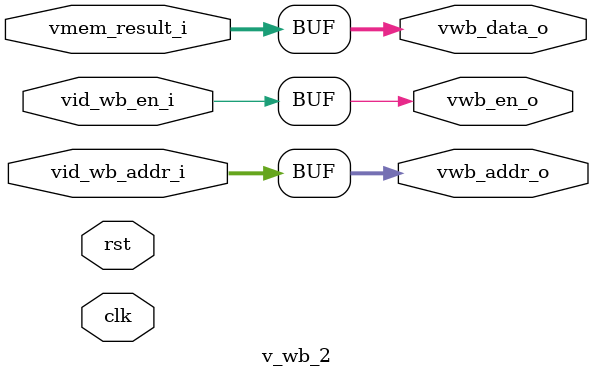
<source format=v>

module v_wb_2 #(
    parameter VREG_DW = 256,
    parameter VREG_AW = 5
) (
    input                   clk,
    input                   rst,

    input                   vid_wb_en_i,
    input   [VREG_AW-1:0]   vid_wb_addr_i,
    input   [VREG_DW-1:0]   vmem_result_i,

    output                  vwb_en_o,
    output  [VREG_AW-1:0]   vwb_addr_o,
    output  [VREG_DW-1:0]   vwb_data_o
);

assign vwb_en_o     = vid_wb_en_i ;
assign vwb_addr_o   = vid_wb_addr_i ;
assign vwb_data_o   = vmem_result_i;
endmodule 
</source>
